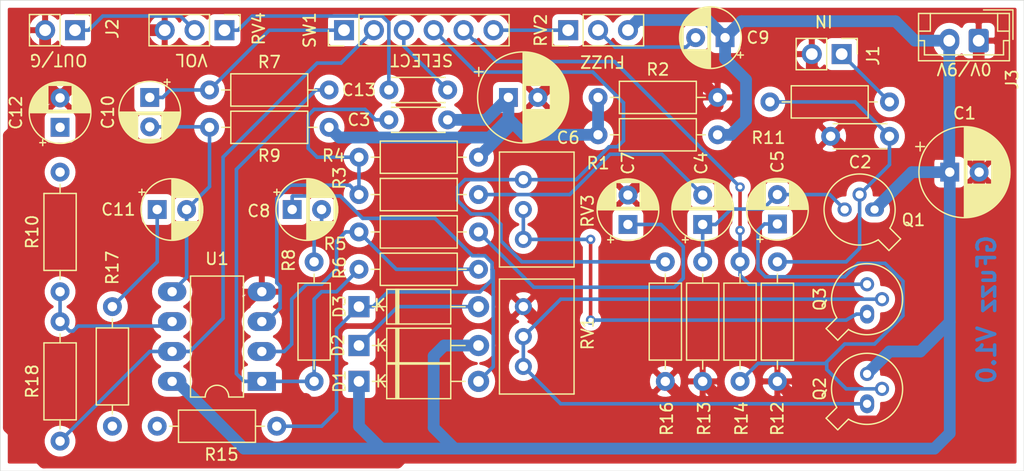
<source format=kicad_pcb>
(kicad_pcb (version 20171130) (host pcbnew "(5.1.4)-1")
  (layers (0 F.Cu signal) (31 B.Cu signal) (34 B.Paste user) (35 F.Paste user) (36 B.SilkS user) (37 F.SilkS user) (38 B.Mask user) (39 F.Mask user) (44 Edge.Cuts user))
  (net 0 "")
  (net 1 GND)
  (net 2 9V)
  (net 3 "Net-(C2-Pad1)")
  (net 4 "Net-(C3-Pad2)")
  (net 5 "Net-(C3-Pad1)")
  (net 6 "Net-(C4-Pad2)")
  (net 7 "Net-(C4-Pad1)")
  (net 8 "Net-(C5-Pad1)")
  (net 9 "Net-(C7-Pad1)")
  (net 10 "Net-(C8-Pad2)")
  (net 11 "Net-(C8-Pad1)")
  (net 12 "Net-(C9-Pad2)")
  (net 13 "Net-(C10-Pad2)")
  (net 14 "Net-(C10-Pad1)")
  (net 15 "Net-(C11-Pad1)")
  (net 16 "Net-(C12-Pad1)")
  (net 17 "Net-(C13-Pad2)")
  (net 18 "Net-(C13-Pad1)")
  (net 19 "Net-(D2-Pad1)")
  (net 20 "Net-(J1-Pad1)")
  (net 21 "Net-(J2-Pad1)")
  (net 22 "Net-(Q2-Pad1)")
  (net 23 "Net-(Q3-Pad3)")
  (net 24 "Net-(Q3-Pad1)")
  (net 25 "Net-(R5-Pad1)")
  (net 26 "Net-(R6-Pad1)")
  (net 27 "Net-(R10-Pad1)")
  (net 28 "Net-(R15-Pad1)")
  (net 29 "Net-(R16-Pad2)")
  (net 30 "Net-(R18-Pad1)")
  (net 31 "Net-(RV2-Pad1)")
  (module Connector_JST:JST_EH_B2B-EH-A_1x02_P2.50mm_Vertical (layer F.Cu) (at 177.125 87.249 180)
    (fp_text reference J3 (at -2.834 -3.302 90) (layer F.SilkS))
    (fp_text value Conn_01x02)
    (pad 2 thru_hole oval (at 2.5 0 180) (size 1.7 2) (drill 1) (layers *.Cu *.Mask) (net 2 9V))
    (pad 1 thru_hole roundrect (at 0 0 180) (size 1.7 2) (drill 1) (layers *.Cu *.Mask) (roundrect_rratio 0.147059) (net 1 GND))
  )
  (module Package_TO_SOT_THT:TO-18-3 (layer F.Cu) (at 167.64 110.49 90)
    (fp_text reference Q3 (at 1.27 -4.02 90) (layer F.SilkS))
    (fp_text value Q_PNP_CBE)
    (pad 3 thru_hole oval (at 2.54 0 90) (size 1.2 1.2) (drill 0.7) (layers *.Cu *.Mask) (net 23 "Net-(Q3-Pad3)"))
    (pad 2 thru_hole oval (at 1.27 1.27 90) (size 1.2 1.2) (drill 0.7) (layers *.Cu *.Mask) (net 22 "Net-(Q2-Pad1)"))
    (pad 1 thru_hole oval (at 0 0 90) (size 1.6 1.2) (drill 0.7) (layers *.Cu *.Mask) (net 24 "Net-(Q3-Pad1)"))
  )
  (module Connector_PinHeader_2.54mm:PinHeader_1x06_P2.54mm_Vertical (layer F.Cu) (at 123.19 86.36 90)
    (fp_text reference SW1 (at 0 -2.921 90) (layer F.SilkS))
    (fp_text value SW_DPDT_x2_OddPinout)
    (pad 6 thru_hole oval (at 0 12.7 90) (size 1.7 1.7) (drill 1) (layers *.Cu *.Mask) (net 31 "Net-(RV2-Pad1)"))
    (pad 5 thru_hole oval (at 0 10.16 90) (size 1.7 1.7) (drill 1) (layers *.Cu *.Mask) (net 23 "Net-(Q3-Pad3)"))
    (pad 4 thru_hole oval (at 0 7.62 90) (size 1.7 1.7) (drill 1) (layers *.Cu *.Mask) (net 29 "Net-(R16-Pad2)"))
    (pad 3 thru_hole oval (at 0 5.08 90) (size 1.7 1.7) (drill 1) (layers *.Cu *.Mask) (net 17 "Net-(C13-Pad2)"))
    (pad 2 thru_hole oval (at 0 2.54 90) (size 1.7 1.7) (drill 1) (layers *.Cu *.Mask) (net 30 "Net-(R18-Pad1)"))
    (pad 1 thru_hole rect (at 0 0 90) (size 1.7 1.7) (drill 1) (layers *.Cu *.Mask) (net 14 "Net-(C10-Pad1)"))
  )
  (module Diode_THT:D_A-405_P10.16mm_Horizontal (layer F.Cu) (at 124.46 109.855)
    (fp_text reference D3 (at -1.651 0 90) (layer F.SilkS))
    (fp_text value D)
    (fp_text user K (at 1.778 -0.127) (layer F.SilkS))
    (pad 2 thru_hole oval (at 10.16 0) (size 1.8 1.8) (drill 0.9) (layers *.Cu *.Mask) (net 19 "Net-(D2-Pad1)"))
    (pad 1 thru_hole rect (at 0 0) (size 1.8 1.8) (drill 0.9) (layers *.Cu *.Mask) (net 11 "Net-(C8-Pad1)"))
  )
  (module Resistor_THT:R_Axial_DIN0207_L6.3mm_D2.5mm_P10.16mm_Horizontal (layer F.Cu) (at 153.67 106.045 270)
    (fp_text reference R13 (at 13.335 -0.127 90) (layer F.SilkS))
    (fp_text value 1k)
    (pad 2 thru_hole oval (at 10.16 0 270) (size 1.6 1.6) (drill 0.8) (layers *.Cu *.Mask) (net 1 GND))
    (pad 1 thru_hole circle (at 0 0 270) (size 1.6 1.6) (drill 0.8) (layers *.Cu *.Mask) (net 7 "Net-(C4-Pad1)"))
  )
  (module Package_DIP:DIP-8_W7.62mm_LongPads (layer F.Cu) (at 116.205 116.205 180)
    (fp_text reference U1 (at 3.81 10.414) (layer F.SilkS))
    (fp_text value TL072)
    (pad 8 thru_hole oval (at 7.62 0 180) (size 2.4 1.6) (drill 0.8) (layers *.Cu *.Mask) (net 2 9V))
    (pad 4 thru_hole oval (at 0 7.62 180) (size 2.4 1.6) (drill 0.8) (layers *.Cu *.Mask) (net 1 GND))
    (pad 7 thru_hole oval (at 7.62 2.54 180) (size 2.4 1.6) (drill 0.8) (layers *.Cu *.Mask) (net 30 "Net-(R18-Pad1)"))
    (pad 3 thru_hole oval (at 0 5.08 180) (size 2.4 1.6) (drill 0.8) (layers *.Cu *.Mask) (net 4 "Net-(C3-Pad2)"))
    (pad 6 thru_hole oval (at 7.62 5.08 180) (size 2.4 1.6) (drill 0.8) (layers *.Cu *.Mask) (net 27 "Net-(R10-Pad1)"))
    (pad 2 thru_hole oval (at 0 2.54 180) (size 2.4 1.6) (drill 0.8) (layers *.Cu *.Mask) (net 25 "Net-(R5-Pad1)"))
    (pad 5 thru_hole oval (at 7.62 7.62 180) (size 2.4 1.6) (drill 0.8) (layers *.Cu *.Mask) (net 13 "Net-(C10-Pad2)"))
    (pad 1 thru_hole rect (at 0 0 180) (size 2.4 1.6) (drill 0.8) (layers *.Cu *.Mask) (net 26 "Net-(R6-Pad1)"))
  )
  (module Resistor_THT:R_Axial_DIN0207_L6.3mm_D2.5mm_P10.16mm_Horizontal (layer F.Cu) (at 144.78 95.25)
    (fp_text reference R1 (at 0 2.413) (layer F.SilkS))
    (fp_text value 10k)
    (pad 2 thru_hole oval (at 10.16 0) (size 1.6 1.6) (drill 0.8) (layers *.Cu *.Mask) (net 2 9V))
    (pad 1 thru_hole circle (at 0 0) (size 1.6 1.6) (drill 0.8) (layers *.Cu *.Mask) (net 5 "Net-(C3-Pad1)"))
  )
  (module Capacitor_THT:CP_Radial_D7.5mm_P2.50mm (layer F.Cu) (at 174.665 98.425)
    (fp_text reference C1 (at 1.25 -5) (layer F.SilkS))
    (fp_text value 100u)
    (pad 2 thru_hole circle (at 2.5 0) (size 1.6 1.6) (drill 0.8) (layers *.Cu *.Mask) (net 1 GND))
    (pad 1 thru_hole rect (at 0 0) (size 1.6 1.6) (drill 0.8) (layers *.Cu *.Mask) (net 2 9V))
  )
  (module Connector_PinHeader_2.54mm:PinHeader_1x03_P2.54mm_Vertical (layer F.Cu) (at 113.03 86.36 270)
    (fp_text reference RV4 (at -0.127 -2.921 90) (layer F.SilkS))
    (fp_text value 100k)
    (pad 3 thru_hole oval (at 0 5.08 270) (size 1.7 1.7) (drill 1) (layers *.Cu *.Mask) (net 1 GND))
    (pad 2 thru_hole oval (at 0 2.54 270) (size 1.7 1.7) (drill 1) (layers *.Cu *.Mask) (net 21 "Net-(J2-Pad1)"))
    (pad 1 thru_hole rect (at 0 0 270) (size 1.7 1.7) (drill 1) (layers *.Cu *.Mask) (net 18 "Net-(C13-Pad1)"))
  )
  (module Potentiometer_THT:Potentiometer_Bourns_3299W_Vertical (layer F.Cu) (at 138.43 99.06 90)
    (fp_text reference RV3 (at -2.667 5.461 90) (layer F.SilkS))
    (fp_text value 100k)
    (pad 3 thru_hole circle (at -5.08 0 90) (size 1.44 1.44) (drill 0.8) (layers *.Cu *.Mask) (net 24 "Net-(Q3-Pad1)"))
    (pad 2 thru_hole circle (at -2.54 0 90) (size 1.44 1.44) (drill 0.8) (layers *.Cu *.Mask) (net 24 "Net-(Q3-Pad1)"))
    (pad 1 thru_hole circle (at 0 0 90) (size 1.44 1.44) (drill 0.8) (layers *.Cu *.Mask) (net 29 "Net-(R16-Pad2)"))
  )
  (module Connector_PinHeader_2.54mm:PinHeader_1x03_P2.54mm_Vertical (layer F.Cu) (at 142.24 86.36 90)
    (fp_text reference RV2 (at 0 -2.33 90) (layer F.SilkS))
    (fp_text value 1k)
    (pad 3 thru_hole oval (at 0 5.08 90) (size 1.7 1.7) (drill 1) (layers *.Cu *.Mask) (net 2 9V))
    (pad 2 thru_hole oval (at 0 2.54 90) (size 1.7 1.7) (drill 1) (layers *.Cu *.Mask) (net 12 "Net-(C9-Pad2)"))
    (pad 1 thru_hole rect (at 0 0 90) (size 1.7 1.7) (drill 1) (layers *.Cu *.Mask) (net 31 "Net-(RV2-Pad1)"))
  )
  (module Potentiometer_THT:Potentiometer_Bourns_3299W_Vertical (layer F.Cu) (at 138.43 109.855 90)
    (fp_text reference RV1 (at -2.286 5.461 90) (layer F.SilkS))
    (fp_text value 100k)
    (pad 3 thru_hole circle (at -5.08 0 90) (size 1.44 1.44) (drill 0.8) (layers *.Cu *.Mask) (net 22 "Net-(Q2-Pad1)"))
    (pad 2 thru_hole circle (at -2.54 0 90) (size 1.44 1.44) (drill 0.8) (layers *.Cu *.Mask) (net 22 "Net-(Q2-Pad1)"))
    (pad 1 thru_hole circle (at 0 0 90) (size 1.44 1.44) (drill 0.8) (layers *.Cu *.Mask) (net 1 GND))
  )
  (module Resistor_THT:R_Axial_DIN0207_L6.3mm_D2.5mm_P10.16mm_Horizontal (layer F.Cu) (at 99.06 121.285 90)
    (fp_text reference R18 (at 5.08 -2.37 90) (layer F.SilkS))
    (fp_text value 2k2)
    (pad 2 thru_hole oval (at 10.16 0 90) (size 1.6 1.6) (drill 0.8) (layers *.Cu *.Mask) (net 27 "Net-(R10-Pad1)"))
    (pad 1 thru_hole circle (at 0 0 90) (size 1.6 1.6) (drill 0.8) (layers *.Cu *.Mask) (net 30 "Net-(R18-Pad1)"))
  )
  (module Resistor_THT:R_Axial_DIN0207_L6.3mm_D2.5mm_P10.16mm_Horizontal (layer F.Cu) (at 103.505 109.855 270)
    (fp_text reference R17 (at -3.302 0 90) (layer F.SilkS))
    (fp_text value 470)
    (pad 2 thru_hole oval (at 10.16 0 270) (size 1.6 1.6) (drill 0.8) (layers *.Cu *.Mask) (net 28 "Net-(R15-Pad1)"))
    (pad 1 thru_hole circle (at 0 0 270) (size 1.6 1.6) (drill 0.8) (layers *.Cu *.Mask) (net 15 "Net-(C11-Pad1)"))
  )
  (module Resistor_THT:R_Axial_DIN0207_L6.3mm_D2.5mm_P10.16mm_Horizontal (layer F.Cu) (at 150.495 116.205 90)
    (fp_text reference R16 (at -3.175 0.127 90) (layer F.SilkS))
    (fp_text value 470)
    (pad 2 thru_hole oval (at 10.16 0 90) (size 1.6 1.6) (drill 0.8) (layers *.Cu *.Mask) (net 29 "Net-(R16-Pad2)"))
    (pad 1 thru_hole circle (at 0 0 90) (size 1.6 1.6) (drill 0.8) (layers *.Cu *.Mask) (net 1 GND))
  )
  (module Resistor_THT:R_Axial_DIN0207_L6.3mm_D2.5mm_P10.16mm_Horizontal (layer F.Cu) (at 107.315 120.015)
    (fp_text reference R15 (at 5.461 2.413) (layer F.SilkS))
    (fp_text value 470)
    (pad 2 thru_hole oval (at 10.16 0) (size 1.6 1.6) (drill 0.8) (layers *.Cu *.Mask) (net 11 "Net-(C8-Pad1)"))
    (pad 1 thru_hole circle (at 0 0) (size 1.6 1.6) (drill 0.8) (layers *.Cu *.Mask) (net 28 "Net-(R15-Pad1)"))
  )
  (module Resistor_THT:R_Axial_DIN0207_L6.3mm_D2.5mm_P10.16mm_Horizontal (layer F.Cu) (at 156.845 106.045 270)
    (fp_text reference R14 (at 13.335 -0.127 90) (layer F.SilkS))
    (fp_text value 100k)
    (pad 2 thru_hole oval (at 10.16 0 270) (size 1.6 1.6) (drill 0.8) (layers *.Cu *.Mask) (net 8 "Net-(C5-Pad1)"))
    (pad 1 thru_hole circle (at 0 0 270) (size 1.6 1.6) (drill 0.8) (layers *.Cu *.Mask) (net 23 "Net-(Q3-Pad3)"))
  )
  (module Resistor_THT:R_Axial_DIN0207_L6.3mm_D2.5mm_P10.16mm_Horizontal (layer F.Cu) (at 160.02 106.045 270)
    (fp_text reference R12 (at 13.335 0 90) (layer F.SilkS))
    (fp_text value 1M)
    (pad 2 thru_hole oval (at 10.16 0 270) (size 1.6 1.6) (drill 0.8) (layers *.Cu *.Mask) (net 1 GND))
    (pad 1 thru_hole circle (at 0 0 270) (size 1.6 1.6) (drill 0.8) (layers *.Cu *.Mask) (net 3 "Net-(C2-Pad1)"))
  )
  (module Resistor_THT:R_Axial_DIN0207_L6.3mm_D2.5mm_P10.16mm_Horizontal (layer F.Cu) (at 159.385 92.456)
    (fp_text reference R11 (at -0.127 3.048) (layer F.SilkS))
    (fp_text value 10k)
    (pad 2 thru_hole oval (at 10.16 0) (size 1.6 1.6) (drill 0.8) (layers *.Cu *.Mask) (net 20 "Net-(J1-Pad1)"))
    (pad 1 thru_hole circle (at 0 0) (size 1.6 1.6) (drill 0.8) (layers *.Cu *.Mask) (net 3 "Net-(C2-Pad1)"))
  )
  (module Resistor_THT:R_Axial_DIN0207_L6.3mm_D2.5mm_P10.16mm_Horizontal (layer F.Cu) (at 99.06 108.585 90)
    (fp_text reference R10 (at 5.08 -2.37 90) (layer F.SilkS))
    (fp_text value 1K)
    (pad 2 thru_hole oval (at 10.16 0 90) (size 1.6 1.6) (drill 0.8) (layers *.Cu *.Mask) (net 16 "Net-(C12-Pad1)"))
    (pad 1 thru_hole circle (at 0 0 90) (size 1.6 1.6) (drill 0.8) (layers *.Cu *.Mask) (net 27 "Net-(R10-Pad1)"))
  )
  (module Resistor_THT:R_Axial_DIN0207_L6.3mm_D2.5mm_P10.16mm_Horizontal (layer F.Cu) (at 111.76 94.615)
    (fp_text reference R9 (at 5.08 2.413) (layer F.SilkS))
    (fp_text value 10k)
    (pad 2 thru_hole oval (at 10.16 0) (size 1.6 1.6) (drill 0.8) (layers *.Cu *.Mask) (net 5 "Net-(C3-Pad1)"))
    (pad 1 thru_hole circle (at 0 0) (size 1.6 1.6) (drill 0.8) (layers *.Cu *.Mask) (net 13 "Net-(C10-Pad2)"))
  )
  (module Resistor_THT:R_Axial_DIN0207_L6.3mm_D2.5mm_P10.16mm_Horizontal (layer F.Cu) (at 120.65 106.045 270)
    (fp_text reference R8 (at -0.127 2.159 90) (layer F.SilkS))
    (fp_text value 1k)
    (pad 2 thru_hole oval (at 10.16 0 270) (size 1.6 1.6) (drill 0.8) (layers *.Cu *.Mask) (net 26 "Net-(R6-Pad1)"))
    (pad 1 thru_hole circle (at 0 0 270) (size 1.6 1.6) (drill 0.8) (layers *.Cu *.Mask) (net 10 "Net-(C8-Pad2)"))
  )
  (module Resistor_THT:R_Axial_DIN0207_L6.3mm_D2.5mm_P10.16mm_Horizontal (layer F.Cu) (at 111.76 91.44)
    (fp_text reference R7 (at 5.08 -2.37) (layer F.SilkS))
    (fp_text value 10k)
    (pad 2 thru_hole oval (at 10.16 0) (size 1.6 1.6) (drill 0.8) (layers *.Cu *.Mask) (net 26 "Net-(R6-Pad1)"))
    (pad 1 thru_hole circle (at 0 0) (size 1.6 1.6) (drill 0.8) (layers *.Cu *.Mask) (net 14 "Net-(C10-Pad1)"))
  )
  (module Resistor_THT:R_Axial_DIN0207_L6.3mm_D2.5mm_P10.16mm_Horizontal (layer F.Cu) (at 124.46 106.68)
    (fp_text reference R6 (at -1.651 -0.127 90) (layer F.SilkS))
    (fp_text value 33k)
    (pad 2 thru_hole oval (at 10.16 0) (size 1.6 1.6) (drill 0.8) (layers *.Cu *.Mask) (net 25 "Net-(R5-Pad1)"))
    (pad 1 thru_hole circle (at 0 0) (size 1.6 1.6) (drill 0.8) (layers *.Cu *.Mask) (net 26 "Net-(R6-Pad1)"))
  )
  (module Resistor_THT:R_Axial_DIN0207_L6.3mm_D2.5mm_P10.16mm_Horizontal (layer F.Cu) (at 124.46 103.505)
    (fp_text reference R5 (at -2.032 1.016) (layer F.SilkS))
    (fp_text value 1k)
    (pad 2 thru_hole oval (at 10.16 0) (size 1.6 1.6) (drill 0.8) (layers *.Cu *.Mask) (net 9 "Net-(C7-Pad1)"))
    (pad 1 thru_hole circle (at 0 0) (size 1.6 1.6) (drill 0.8) (layers *.Cu *.Mask) (net 25 "Net-(R5-Pad1)"))
  )
  (module Resistor_THT:R_Axial_DIN0207_L6.3mm_D2.5mm_P10.16mm_Horizontal (layer F.Cu) (at 134.62 97.155 180)
    (fp_text reference R4 (at 12.319 0.127) (layer F.SilkS))
    (fp_text value 1M)
    (pad 2 thru_hole oval (at 10.16 0 180) (size 1.6 1.6) (drill 0.8) (layers *.Cu *.Mask) (net 4 "Net-(C3-Pad2)"))
    (pad 1 thru_hole circle (at 0 0 180) (size 1.6 1.6) (drill 0.8) (layers *.Cu *.Mask) (net 5 "Net-(C3-Pad1)"))
  )
  (module Resistor_THT:R_Axial_DIN0207_L6.3mm_D2.5mm_P10.16mm_Horizontal (layer F.Cu) (at 124.46 100.33)
    (fp_text reference R3 (at -1.651 -1.397 90) (layer F.SilkS))
    (fp_text value 10k)
    (pad 2 thru_hole oval (at 10.16 0) (size 1.6 1.6) (drill 0.8) (layers *.Cu *.Mask) (net 6 "Net-(C4-Pad2)"))
    (pad 1 thru_hole circle (at 0 0) (size 1.6 1.6) (drill 0.8) (layers *.Cu *.Mask) (net 4 "Net-(C3-Pad2)"))
  )
  (module Resistor_THT:R_Axial_DIN0207_L6.3mm_D2.5mm_P10.16mm_Horizontal (layer F.Cu) (at 144.78 92.075)
    (fp_text reference R2 (at 5.08 -2.37) (layer F.SilkS))
    (fp_text value 10k)
    (pad 2 thru_hole oval (at 10.16 0) (size 1.6 1.6) (drill 0.8) (layers *.Cu *.Mask) (net 1 GND))
    (pad 1 thru_hole circle (at 0 0) (size 1.6 1.6) (drill 0.8) (layers *.Cu *.Mask) (net 5 "Net-(C3-Pad1)"))
  )
  (module Package_TO_SOT_THT:TO-18-3 (layer F.Cu) (at 167.64 118.11 90)
    (fp_text reference Q2 (at 1.27 -4.02 90) (layer F.SilkS))
    (fp_text value Q_PNP_CBE)
    (pad 3 thru_hole oval (at 2.54 0 90) (size 1.2 1.2) (drill 0.7) (layers *.Cu *.Mask) (net 2 9V))
    (pad 2 thru_hole oval (at 1.27 1.27 90) (size 1.2 1.2) (drill 0.7) (layers *.Cu *.Mask) (net 8 "Net-(C5-Pad1)"))
    (pad 1 thru_hole oval (at 0 0 90) (size 1.6 1.2) (drill 0.7) (layers *.Cu *.Mask) (net 22 "Net-(Q2-Pad1)"))
  )
  (module Package_TO_SOT_THT:TO-18-3 (layer F.Cu) (at 168.275 101.6 180)
    (fp_text reference Q1 (at -3.302 -0.889) (layer F.SilkS))
    (fp_text value Q_NJFET_DGS)
    (pad 3 thru_hole oval (at 2.54 0 180) (size 1.2 1.2) (drill 0.7) (layers *.Cu *.Mask) (net 7 "Net-(C4-Pad1)"))
    (pad 2 thru_hole oval (at 1.27 1.27 180) (size 1.2 1.2) (drill 0.7) (layers *.Cu *.Mask) (net 3 "Net-(C2-Pad1)"))
    (pad 1 thru_hole oval (at 0 0 180) (size 1.6 1.2) (drill 0.7) (layers *.Cu *.Mask) (net 2 9V))
  )
  (module Connector_PinHeader_2.54mm:PinHeader_1x02_P2.54mm_Vertical (layer F.Cu) (at 100.33 86.36 270)
    (fp_text reference J2 (at -0.127 -3.175 90) (layer F.SilkS))
    (fp_text value Conn_Coaxial)
    (pad 2 thru_hole oval (at 0 2.54 270) (size 1.7 1.7) (drill 1) (layers *.Cu *.Mask) (net 1 GND))
    (pad 1 thru_hole rect (at 0 0 270) (size 1.7 1.7) (drill 1) (layers *.Cu *.Mask) (net 21 "Net-(J2-Pad1)"))
  )
  (module Connector_PinHeader_2.54mm:PinHeader_1x02_P2.54mm_Vertical (layer F.Cu) (at 165.481 88.392 270)
    (fp_text reference J1 (at 0.127 -2.667 90) (layer F.SilkS))
    (fp_text value Conn_Coaxial)
    (pad 2 thru_hole oval (at 0 2.54 270) (size 1.7 1.7) (drill 1) (layers *.Cu *.Mask) (net 1 GND))
    (pad 1 thru_hole rect (at 0 0 270) (size 1.7 1.7) (drill 1) (layers *.Cu *.Mask) (net 20 "Net-(J1-Pad1)"))
  )
  (module Diode_THT:D_A-405_P10.16mm_Horizontal (layer F.Cu) (at 124.46 113.157)
    (fp_text reference D2 (at -1.778 0 90) (layer F.SilkS))
    (fp_text value D)
    (fp_text user K (at 1.905 0) (layer F.SilkS))
    (pad 2 thru_hole oval (at 10.16 0) (size 1.8 1.8) (drill 0.9) (layers *.Cu *.Mask) (net 2 9V))
    (pad 1 thru_hole rect (at 0 0) (size 1.8 1.8) (drill 0.9) (layers *.Cu *.Mask) (net 19 "Net-(D2-Pad1)"))
  )
  (module Diode_THT:D_A-405_P10.16mm_Horizontal (layer F.Cu) (at 124.46 116.205)
    (fp_text reference D1 (at -1.651 0 90) (layer F.SilkS))
    (fp_text value D)
    (fp_text user K (at 1.905 0) (layer F.SilkS))
    (pad 2 thru_hole oval (at 10.16 0) (size 1.8 1.8) (drill 0.9) (layers *.Cu *.Mask) (net 11 "Net-(C8-Pad1)"))
    (pad 1 thru_hole rect (at 0 0) (size 1.8 1.8) (drill 0.9) (layers *.Cu *.Mask) (net 2 9V))
  )
  (module Capacitor_THT:C_Disc_D4.3mm_W1.9mm_P5.00mm (layer F.Cu) (at 127 91.44)
    (fp_text reference C13 (at -2.54 0) (layer F.SilkS))
    (fp_text value 100n)
    (pad 2 thru_hole circle (at 5 0) (size 1.6 1.6) (drill 0.8) (layers *.Cu *.Mask) (net 17 "Net-(C13-Pad2)"))
    (pad 1 thru_hole circle (at 0 0) (size 1.6 1.6) (drill 0.8) (layers *.Cu *.Mask) (net 18 "Net-(C13-Pad1)"))
  )
  (module Capacitor_THT:CP_Radial_D5.0mm_P2.50mm (layer F.Cu) (at 99.06 94.615 90)
    (fp_text reference C12 (at 1.25 -3.75 90) (layer F.SilkS))
    (fp_text value 10u)
    (pad 2 thru_hole circle (at 2.5 0 90) (size 1.6 1.6) (drill 0.8) (layers *.Cu *.Mask) (net 1 GND))
    (pad 1 thru_hole rect (at 0 0 90) (size 1.6 1.6) (drill 0.8) (layers *.Cu *.Mask) (net 16 "Net-(C12-Pad1)"))
  )
  (module Capacitor_THT:CP_Radial_D5.0mm_P2.50mm (layer F.Cu) (at 107.315 101.6)
    (fp_text reference C11 (at -3.302 0) (layer F.SilkS))
    (fp_text value 10u)
    (pad 2 thru_hole circle (at 2.5 0) (size 1.6 1.6) (drill 0.8) (layers *.Cu *.Mask) (net 13 "Net-(C10-Pad2)"))
    (pad 1 thru_hole rect (at 0 0) (size 1.6 1.6) (drill 0.8) (layers *.Cu *.Mask) (net 15 "Net-(C11-Pad1)"))
  )
  (module Capacitor_THT:CP_Radial_D5.0mm_P2.50mm (layer F.Cu) (at 106.68 92.075 270)
    (fp_text reference C10 (at 1.25 3.556 90) (layer F.SilkS))
    (fp_text value 10u)
    (pad 2 thru_hole circle (at 2.5 0 270) (size 1.6 1.6) (drill 0.8) (layers *.Cu *.Mask) (net 13 "Net-(C10-Pad2)"))
    (pad 1 thru_hole rect (at 0 0 270) (size 1.6 1.6) (drill 0.8) (layers *.Cu *.Mask) (net 14 "Net-(C10-Pad1)"))
  )
  (module Capacitor_THT:CP_Radial_D5.0mm_P2.50mm (layer F.Cu) (at 155.575 86.995 180)
    (fp_text reference C9 (at -2.794 0) (layer F.SilkS))
    (fp_text value 20u)
    (pad 2 thru_hole circle (at 2.5 0 180) (size 1.6 1.6) (drill 0.8) (layers *.Cu *.Mask) (net 12 "Net-(C9-Pad2)"))
    (pad 1 thru_hole rect (at 0 0 180) (size 1.6 1.6) (drill 0.8) (layers *.Cu *.Mask) (net 2 9V))
  )
  (module Capacitor_THT:CP_Radial_D5.0mm_P2.50mm (layer F.Cu) (at 118.785 101.6)
    (fp_text reference C8 (at -2.834 0.127) (layer F.SilkS))
    (fp_text value 10u)
    (pad 2 thru_hole circle (at 2.5 0) (size 1.6 1.6) (drill 0.8) (layers *.Cu *.Mask) (net 10 "Net-(C8-Pad2)"))
    (pad 1 thru_hole rect (at 0 0) (size 1.6 1.6) (drill 0.8) (layers *.Cu *.Mask) (net 11 "Net-(C8-Pad1)"))
  )
  (module Capacitor_THT:CP_Radial_D5.0mm_P2.50mm (layer F.Cu) (at 147.32 102.87 90)
    (fp_text reference C7 (at 5.207 0 90) (layer F.SilkS))
    (fp_text value 10u)
    (pad 2 thru_hole circle (at 2.5 0 90) (size 1.6 1.6) (drill 0.8) (layers *.Cu *.Mask) (net 1 GND))
    (pad 1 thru_hole rect (at 0 0 90) (size 1.6 1.6) (drill 0.8) (layers *.Cu *.Mask) (net 9 "Net-(C7-Pad1)"))
  )
  (module Capacitor_THT:CP_Radial_D7.5mm_P2.50mm (layer F.Cu) (at 137.16 92.075)
    (fp_text reference C6 (at 5.08 3.429) (layer F.SilkS))
    (fp_text value 100u)
    (pad 2 thru_hole circle (at 2.5 0) (size 1.6 1.6) (drill 0.8) (layers *.Cu *.Mask) (net 1 GND))
    (pad 1 thru_hole rect (at 0 0) (size 1.6 1.6) (drill 0.8) (layers *.Cu *.Mask) (net 5 "Net-(C3-Pad1)"))
  )
  (module Capacitor_THT:CP_Radial_D5.0mm_P2.50mm (layer F.Cu) (at 160.02 102.83 90)
    (fp_text reference C5 (at 5.294 0 90) (layer F.SilkS))
    (fp_text value 2u2)
    (pad 2 thru_hole circle (at 2.5 0 90) (size 1.6 1.6) (drill 0.8) (layers *.Cu *.Mask) (net 7 "Net-(C4-Pad1)"))
    (pad 1 thru_hole rect (at 0 0 90) (size 1.6 1.6) (drill 0.8) (layers *.Cu *.Mask) (net 8 "Net-(C5-Pad1)"))
  )
  (module Capacitor_THT:CP_Radial_D5.0mm_P2.50mm (layer F.Cu) (at 153.67 102.87 90)
    (fp_text reference C4 (at 5.207 -0.127 90) (layer F.SilkS))
    (fp_text value 2u2)
    (pad 2 thru_hole circle (at 2.5 0 90) (size 1.6 1.6) (drill 0.8) (layers *.Cu *.Mask) (net 6 "Net-(C4-Pad2)"))
    (pad 1 thru_hole rect (at 0 0 90) (size 1.6 1.6) (drill 0.8) (layers *.Cu *.Mask) (net 7 "Net-(C4-Pad1)"))
  )
  (module Capacitor_THT:C_Disc_D4.3mm_W1.9mm_P5.00mm (layer F.Cu) (at 132 93.98 180)
    (fp_text reference C3 (at 7.54 0) (layer F.SilkS))
    (fp_text value 1n)
    (pad 2 thru_hole circle (at 5 0 180) (size 1.6 1.6) (drill 0.8) (layers *.Cu *.Mask) (net 4 "Net-(C3-Pad2)"))
    (pad 1 thru_hole circle (at 0 0 180) (size 1.6 1.6) (drill 0.8) (layers *.Cu *.Mask) (net 5 "Net-(C3-Pad1)"))
  )
  (module Capacitor_THT:C_Disc_D4.3mm_W1.9mm_P5.00mm (layer F.Cu) (at 169.545 95.377 180)
    (fp_text reference C2 (at 2.5 -2.2) (layer F.SilkS))
    (fp_text value 1n)
    (pad 2 thru_hole circle (at 5 0 180) (size 1.6 1.6) (drill 0.8) (layers *.Cu *.Mask) (net 1 GND))
    (pad 1 thru_hole circle (at 0 0 180) (size 1.6 1.6) (drill 0.8) (layers *.Cu *.Mask) (net 3 "Net-(C2-Pad1)"))
  )
  (gr_text 0V/9V (at 175.895 89.662 180) (layer F.SilkS) (effects (font (size 1 1))))
  (gr_text IN (at 163.957 85.598 180) (layer F.SilkS) (effects (font (size 1 1))))
  (gr_text FUZZ (at 145.161 89.027 180) (layer F.SilkS) (effects (font (size 1 1))))
  (gr_text SELECT (at 129.794 88.9 180) (layer F.SilkS) (effects (font (size 1 1))))
  (gr_text VOL (at 110.236 88.9 180) (layer F.SilkS) (effects (font (size 1 1))))
  (gr_text OUT/G (at 98.933 88.9 180) (layer F.SilkS) (effects (font (size 1 1))))
  (gr_text "GFuzz V1.0" (at 177.8 110.109 90) (layer B.Cu) (effects (font (size 1.5 1.5) (thickness 0.3)) (justify mirror)))
  (gr_line (start 93.98 123.825) (end 93.98 83.82) (layer Edge.Cuts) (width 0.05))
  (gr_line (start 180.975 123.825) (end 93.98 123.825) (layer Edge.Cuts) (width 0.05))
  (gr_line (start 180.975 83.82) (end 180.975 123.825) (layer Edge.Cuts) (width 0.05))
  (gr_line (start 93.98 83.82) (end 180.975 83.82) (layer Edge.Cuts) (width 0.05))
  (segment (start 177.165 98.425) (end 177.165 117.475) (width 1) (layer F.Cu) (net 1))
  (segment (start 160.819999 117.004999) (end 160.02 116.205) (width 1) (layer F.Cu) (net 1))
  (segment (start 163.42501 119.61001) (end 160.819999 117.004999) (width 1) (layer F.Cu) (net 1))
  (segment (start 177.165 117.475) (end 175.02999 119.61001) (width 1) (layer F.Cu) (net 1))
  (segment (start 157.07501 119.61001) (end 153.67 116.205) (width 1) (layer F.Cu) (net 1))
  (segment (start 164.06001 119.61001) (end 157.07501 119.61001) (width 1) (layer F.Cu) (net 1))
  (segment (start 164.06001 119.61001) (end 163.42501 119.61001) (width 1) (layer F.Cu) (net 1))
  (segment (start 175.02999 119.61001) (end 164.06001 119.61001) (width 1) (layer F.Cu) (net 1))
  (segment (start 153.90001 119.61001) (end 150.495 116.205) (width 1) (layer F.Cu) (net 1))
  (segment (start 154.70999 119.61001) (end 148.18501 119.61001) (width 1) (layer F.Cu) (net 1))
  (segment (start 154.70999 119.61001) (end 153.90001 119.61001) (width 1) (layer F.Cu) (net 1))
  (segment (start 157.07501 119.61001) (end 154.70999 119.61001) (width 1) (layer F.Cu) (net 1))
  (segment (start 146.05 117.475) (end 138.43 109.855) (width 1) (layer F.Cu) (net 1))
  (segment (start 148.18501 119.61001) (end 146.05 117.475) (width 1) (layer F.Cu) (net 1))
  (segment (start 114.444999 117.705001) (end 111.76 115.020002) (width 1) (layer F.Cu) (net 1))
  (segment (start 119.929999 117.705001) (end 114.444999 117.705001) (width 1) (layer F.Cu) (net 1))
  (segment (start 121.835008 119.61001) (end 119.929999 117.705001) (width 1) (layer F.Cu) (net 1))
  (segment (start 115.805 108.585) (end 116.205 108.585) (width 1) (layer F.Cu) (net 1))
  (segment (start 111.76 112.63) (end 115.805 108.585) (width 1) (layer F.Cu) (net 1))
  (segment (start 111.76 115.020002) (end 111.76 112.63) (width 1) (layer F.Cu) (net 1))
  (segment (start 131.21499 119.61001) (end 127.72501 123.09999) (width 1) (layer F.Cu) (net 1))
  (segment (start 131.21499 119.61001) (end 121.835008 119.61001) (width 1) (layer F.Cu) (net 1))
  (segment (start 148.18501 119.61001) (end 131.21499 119.61001) (width 1) (layer F.Cu) (net 1))
  (segment (start 127.72501 123.09999) (end 97.69999 123.09999) (width 1) (layer F.Cu) (net 1))
  (segment (start 97.69999 123.09999) (end 94.70501 120.10501) (width 1) (layer F.Cu) (net 1))
  (segment (start 97.92863 92.115) (end 99.06 92.115) (width 1) (layer F.Cu) (net 1))
  (segment (start 94.70501 95.33862) (end 97.92863 92.115) (width 1) (layer F.Cu) (net 1))
  (segment (start 94.70501 120.10501) (end 94.70501 95.33862) (width 1) (layer F.Cu) (net 1))
  (segment (start 97.79 90.845) (end 97.79 86.36) (width 1) (layer F.Cu) (net 1))
  (segment (start 99.06 92.115) (end 97.79 90.845) (width 1) (layer F.Cu) (net 1))
  (segment (start 104.815 86.36) (end 107.95 86.36) (width 1) (layer F.Cu) (net 1))
  (segment (start 99.06 92.115) (end 104.815 86.36) (width 1) (layer F.Cu) (net 1))
  (segment (start 154.94 92.75) (end 154.94 92.075) (width 1) (layer F.Cu) (net 1))
  (segment (start 147.32 100.37) (end 154.94 92.75) (width 1) (layer F.Cu) (net 1))
  (segment (start 154.140001 91.275001) (end 154.94 92.075) (width 1) (layer F.Cu) (net 1))
  (segment (start 153.439999 90.574999) (end 154.140001 91.275001) (width 1) (layer F.Cu) (net 1))
  (segment (start 141.160001 90.574999) (end 153.439999 90.574999) (width 1) (layer F.Cu) (net 1))
  (segment (start 139.66 92.075) (end 141.160001 90.574999) (width 1) (layer F.Cu) (net 1))
  (segment (start 177.125 98.385) (end 177.165 98.425) (width 1) (layer F.Cu) (net 1))
  (segment (start 162.941 89.594081) (end 164.024919 90.678) (width 1) (layer F.Cu) (net 1))
  (segment (start 162.941 88.392) (end 162.941 89.594081) (width 1) (layer F.Cu) (net 1))
  (segment (start 177.085 90.678) (end 177.125 90.718) (width 1) (layer F.Cu) (net 1))
  (segment (start 164.024919 90.678) (end 177.085 90.678) (width 1) (layer F.Cu) (net 1))
  (segment (start 177.125 87.249) (end 177.125 90.718) (width 1) (layer F.Cu) (net 1))
  (segment (start 174.060999 96.877001) (end 177.125 93.813) (width 1) (layer F.Cu) (net 1))
  (segment (start 166.045001 96.877001) (end 174.060999 96.877001) (width 1) (layer F.Cu) (net 1))
  (segment (start 164.545 95.377) (end 166.045001 96.877001) (width 1) (layer F.Cu) (net 1))
  (segment (start 177.125 90.718) (end 177.125 93.813) (width 1) (layer F.Cu) (net 1))
  (segment (start 177.125 93.813) (end 177.125 98.385) (width 1) (layer F.Cu) (net 1))
  (segment (start 171.45 98.425) (end 168.275 101.6) (width 1) (layer B.Cu) (net 2))
  (segment (start 174.665 98.425) (end 171.45 98.425) (width 1) (layer B.Cu) (net 2))
  (segment (start 148.169999 85.510001) (end 147.32 86.36) (width 1) (layer B.Cu) (net 2))
  (segment (start 148.185001 85.494999) (end 148.169999 85.510001) (width 1) (layer B.Cu) (net 2))
  (segment (start 154.074999 85.494999) (end 148.185001 85.494999) (width 1) (layer B.Cu) (net 2))
  (segment (start 155.575 86.995) (end 154.074999 85.494999) (width 1) (layer B.Cu) (net 2))
  (segment (start 172.165 113.665) (end 174.665 111.165) (width 1) (layer B.Cu) (net 2))
  (segment (start 169.545 113.665) (end 172.165 113.665) (width 1) (layer B.Cu) (net 2))
  (segment (start 167.64 115.57) (end 169.545 113.665) (width 1) (layer B.Cu) (net 2))
  (segment (start 174.665 111.165) (end 174.665 98.425) (width 1) (layer B.Cu) (net 2))
  (segment (start 108.985 116.205) (end 108.585 116.205) (width 1) (layer B.Cu) (net 2))
  (segment (start 114.7 121.92) (end 108.985 116.205) (width 1) (layer B.Cu) (net 2))
  (segment (start 174.665 120.61) (end 173.355 121.92) (width 1) (layer B.Cu) (net 2))
  (segment (start 174.665 111.165) (end 174.665 120.61) (width 1) (layer B.Cu) (net 2))
  (segment (start 124.46 120.015) (end 126.365 121.92) (width 1) (layer B.Cu) (net 2))
  (segment (start 124.46 116.205) (end 124.46 120.015) (width 1) (layer B.Cu) (net 2))
  (segment (start 126.365 121.92) (end 114.7 121.92) (width 1) (layer B.Cu) (net 2))
  (segment (start 134.62 113.157) (end 131.699 113.157) (width 1) (layer B.Cu) (net 2))
  (segment (start 131.699 113.157) (end 130.81 114.046) (width 1) (layer B.Cu) (net 2))
  (segment (start 130.81 120.142) (end 132.588 121.92) (width 1) (layer B.Cu) (net 2))
  (segment (start 130.81 114.046) (end 130.81 120.142) (width 1) (layer B.Cu) (net 2))
  (segment (start 173.355 121.92) (end 132.588 121.92) (width 1) (layer B.Cu) (net 2))
  (segment (start 132.588 121.92) (end 126.365 121.92) (width 1) (layer B.Cu) (net 2))
  (segment (start 156.07137 95.25) (end 157.353 93.96837) (width 1) (layer B.Cu) (net 2))
  (segment (start 154.94 95.25) (end 156.07137 95.25) (width 1) (layer B.Cu) (net 2))
  (segment (start 155.575 88.795) (end 155.575 86.995) (width 1) (layer B.Cu) (net 2))
  (segment (start 157.353 90.573) (end 155.575 88.795) (width 1) (layer B.Cu) (net 2))
  (segment (start 157.353 93.96837) (end 157.353 90.573) (width 1) (layer B.Cu) (net 2))
  (segment (start 155.575 86.995) (end 156.972 85.598) (width 1) (layer B.Cu) (net 2))
  (segment (start 156.972 85.598) (end 170.053 85.598) (width 1) (layer B.Cu) (net 2))
  (segment (start 171.704 87.249) (end 174.625 87.249) (width 1) (layer B.Cu) (net 2))
  (segment (start 170.053 85.598) (end 171.704 87.249) (width 1) (layer B.Cu) (net 2))
  (segment (start 174.625 98.385) (end 174.665 98.425) (width 1) (layer B.Cu) (net 2))
  (segment (start 174.625 87.249) (end 174.625 98.385) (width 1) (layer B.Cu) (net 2))
  (segment (start 167.005 104.902) (end 167.005 100.33) (width 0.3048) (layer B.Cu) (net 3))
  (segment (start 160.02 106.045) (end 165.862 106.045) (width 0.3048) (layer B.Cu) (net 3))
  (segment (start 165.862 106.045) (end 167.005 104.902) (width 0.3048) (layer B.Cu) (net 3))
  (segment (start 169.545 97.79) (end 169.545 95.377) (width 0.3048) (layer B.Cu) (net 3))
  (segment (start 167.005 100.33) (end 169.545 97.79) (width 0.3048) (layer B.Cu) (net 3))
  (segment (start 166.624 92.456) (end 169.545 95.377) (width 0.3048) (layer B.Cu) (net 3))
  (segment (start 159.385 92.456) (end 166.624 92.456) (width 0.3048) (layer B.Cu) (net 3))
  (segment (start 124.46 100.33) (end 124.46 97.155) (width 0.3048) (layer B.Cu) (net 4))
  (segment (start 117.75741 109.97259) (end 116.605 111.125) (width 0.3048) (layer B.Cu) (net 4))
  (segment (start 117.75741 108.107657) (end 117.75741 109.97259) (width 0.3048) (layer B.Cu) (net 4))
  (segment (start 117.475 107.825247) (end 117.75741 108.107657) (width 0.3048) (layer B.Cu) (net 4))
  (segment (start 116.605 111.125) (end 116.205 111.125) (width 0.3048) (layer B.Cu) (net 4))
  (segment (start 118.620677 99.530001) (end 117.475 100.675678) (width 0.3048) (layer B.Cu) (net 4))
  (segment (start 117.475 100.675678) (end 117.475 107.825247) (width 0.3048) (layer B.Cu) (net 4))
  (segment (start 123.660001 99.530001) (end 118.620677 99.530001) (width 0.3048) (layer B.Cu) (net 4))
  (segment (start 124.46 100.33) (end 123.660001 99.530001) (width 0.3048) (layer B.Cu) (net 4))
  (segment (start 125.86863 93.98) (end 124.97963 93.091) (width 0.3048) (layer B.Cu) (net 4))
  (segment (start 127 93.98) (end 125.86863 93.98) (width 0.3048) (layer B.Cu) (net 4))
  (segment (start 124.97963 93.091) (end 120.65 93.091) (width 0.3048) (layer B.Cu) (net 4))
  (segment (start 120.65 93.091) (end 120.142 93.599) (width 0.3048) (layer B.Cu) (net 4))
  (segment (start 120.142 93.599) (end 120.142 96.393) (width 0.3048) (layer B.Cu) (net 4))
  (segment (start 120.904 97.155) (end 124.46 97.155) (width 0.3048) (layer B.Cu) (net 4))
  (segment (start 120.142 96.393) (end 120.904 97.155) (width 0.3048) (layer B.Cu) (net 4))
  (segment (start 144.78 92.075) (end 144.78 95.25) (width 1) (layer B.Cu) (net 5))
  (segment (start 144.78 95.25) (end 138.535 95.25) (width 1) (layer B.Cu) (net 5))
  (segment (start 135.419999 96.355001) (end 137.53 94.245) (width 1) (layer B.Cu) (net 5))
  (segment (start 134.62 97.155) (end 135.419999 96.355001) (width 1) (layer B.Cu) (net 5))
  (segment (start 138.535 95.25) (end 137.53 94.245) (width 1) (layer B.Cu) (net 5))
  (segment (start 137.53 94.245) (end 137.16 93.875) (width 1) (layer B.Cu) (net 5))
  (segment (start 135.255 93.98) (end 137.16 92.075) (width 1) (layer B.Cu) (net 5))
  (segment (start 132 93.98) (end 135.255 93.98) (width 1) (layer B.Cu) (net 5))
  (segment (start 122.785001 95.480001) (end 134.897999 95.480001) (width 1) (layer B.Cu) (net 5))
  (segment (start 121.92 94.615) (end 122.785001 95.480001) (width 1) (layer B.Cu) (net 5))
  (segment (start 137.16 93.875) (end 137.16 92.075) (width 1) (layer B.Cu) (net 5))
  (segment (start 135.554999 95.480001) (end 137.16 93.875) (width 1) (layer B.Cu) (net 5))
  (segment (start 134.897999 95.480001) (end 135.554999 95.480001) (width 1) (layer B.Cu) (net 5))
  (segment (start 134.62 100.33) (end 142.367 100.33) (width 0.3048) (layer B.Cu) (net 6))
  (segment (start 142.367 100.33) (end 145.796 96.901) (width 0.3048) (layer B.Cu) (net 6))
  (segment (start 150.201 96.901) (end 153.67 100.37) (width 0.3048) (layer B.Cu) (net 6))
  (segment (start 145.796 96.901) (end 150.201 96.901) (width 0.3048) (layer B.Cu) (net 6))
  (segment (start 153.67 106.045) (end 153.67 102.87) (width 0.3048) (layer B.Cu) (net 7))
  (segment (start 164.465 100.33) (end 165.735 101.6) (width 0.3048) (layer B.Cu) (net 7))
  (segment (start 160.02 100.33) (end 164.465 100.33) (width 0.3048) (layer B.Cu) (net 7))
  (segment (start 158.7882 101.5618) (end 160.02 100.33) (width 0.3048) (layer B.Cu) (net 7))
  (segment (start 156.083 101.5618) (end 158.7882 101.5618) (width 0.3048) (layer B.Cu) (net 7))
  (segment (start 153.67 102.87) (end 154.7748 102.87) (width 0.3048) (layer B.Cu) (net 7))
  (segment (start 154.7748 102.87) (end 156.083 101.5618) (width 0.3048) (layer B.Cu) (net 7))
  (segment (start 165.735 113.03) (end 164.211 114.554) (width 0.3048) (layer B.Cu) (net 8))
  (segment (start 170.688 110.617) (end 168.275 113.03) (width 0.3048) (layer B.Cu) (net 8))
  (segment (start 169.164 106.172) (end 170.688 107.696) (width 0.3048) (layer B.Cu) (net 8))
  (segment (start 164.211 115.189) (end 165.862 116.84) (width 0.3048) (layer B.Cu) (net 8))
  (segment (start 165.735 107.315) (end 166.878 106.172) (width 0.3048) (layer B.Cu) (net 8))
  (segment (start 159.004 107.315) (end 165.735 107.315) (width 0.3048) (layer B.Cu) (net 8))
  (segment (start 166.878 106.172) (end 169.164 106.172) (width 0.3048) (layer B.Cu) (net 8))
  (segment (start 168.91 116.84) (end 165.862 116.84) (width 0.3048) (layer B.Cu) (net 8))
  (segment (start 160.02 102.83) (end 158.9152 102.83) (width 0.3048) (layer B.Cu) (net 8))
  (segment (start 170.688 107.696) (end 170.688 110.617) (width 0.3048) (layer B.Cu) (net 8))
  (segment (start 158.9152 102.83) (end 158.369 103.3762) (width 0.3048) (layer B.Cu) (net 8))
  (segment (start 168.275 113.03) (end 165.735 113.03) (width 0.3048) (layer B.Cu) (net 8))
  (segment (start 158.369 103.3762) (end 158.369 106.68) (width 0.3048) (layer B.Cu) (net 8))
  (segment (start 158.369 106.68) (end 159.004 107.315) (width 0.3048) (layer B.Cu) (net 8))
  (segment (start 158.369 114.681) (end 164.211 114.681) (width 0.3048) (layer B.Cu) (net 8))
  (segment (start 156.845 116.205) (end 158.369 114.681) (width 0.3048) (layer B.Cu) (net 8))
  (segment (start 164.211 114.554) (end 164.211 114.681) (width 0.3048) (layer B.Cu) (net 8))
  (segment (start 164.211 114.681) (end 164.211 115.189) (width 0.3048) (layer B.Cu) (net 8))
  (segment (start 150.114 102.87) (end 147.32 102.87) (width 0.3048) (layer B.Cu) (net 9))
  (segment (start 152.019 104.775) (end 150.114 102.87) (width 0.3048) (layer B.Cu) (net 9))
  (segment (start 152.019 107.442) (end 152.019 104.775) (width 0.3048) (layer B.Cu) (net 9))
  (segment (start 151.257 108.204) (end 152.019 107.442) (width 0.3048) (layer B.Cu) (net 9))
  (segment (start 134.62 103.505) (end 139.319 108.204) (width 0.3048) (layer B.Cu) (net 9))
  (segment (start 139.319 108.204) (end 151.257 108.204) (width 0.3048) (layer B.Cu) (net 9))
  (segment (start 120.65 106.045) (end 120.65 104.14) (width 0.3048) (layer B.Cu) (net 10))
  (segment (start 120.65 104.14) (end 121.285 103.505) (width 0.3048) (layer B.Cu) (net 10))
  (segment (start 121.285 103.505) (end 121.285 101.6) (width 0.3048) (layer B.Cu) (net 10))
  (segment (start 121.285 120.015) (end 117.475 120.015) (width 0.3048) (layer B.Cu) (net 11))
  (segment (start 122.555 118.745) (end 121.285 120.015) (width 0.3048) (layer B.Cu) (net 11))
  (segment (start 124.46 109.855) (end 122.555 111.76) (width 0.3048) (layer B.Cu) (net 11))
  (segment (start 122.555 111.76) (end 122.555 118.745) (width 0.3048) (layer B.Cu) (net 11))
  (segment (start 125.6648 109.855) (end 124.46 109.855) (width 0.3048) (layer B.Cu) (net 11))
  (segment (start 126.917201 108.602599) (end 125.6648 109.855) (width 0.3048) (layer B.Cu) (net 11))
  (segment (start 134.729401 108.602599) (end 126.917201 108.602599) (width 0.3048) (layer B.Cu) (net 11))
  (segment (start 135.772401 107.559599) (end 134.729401 108.602599) (width 0.3048) (layer B.Cu) (net 11))
  (segment (start 135.173153 105.527599) (end 135.772401 106.126847) (width 0.3048) (layer B.Cu) (net 11))
  (segment (start 130.927599 102.352599) (end 134.102599 105.527599) (width 0.3048) (layer B.Cu) (net 11))
  (segment (start 134.102599 105.527599) (end 135.173153 105.527599) (width 0.3048) (layer B.Cu) (net 11))
  (segment (start 122.872045 100.447599) (end 124.777045 102.352599) (width 0.3048) (layer B.Cu) (net 11))
  (segment (start 118.832601 100.447599) (end 122.872045 100.447599) (width 0.3048) (layer B.Cu) (net 11))
  (segment (start 118.785 100.4952) (end 118.832601 100.447599) (width 0.3048) (layer B.Cu) (net 11))
  (segment (start 124.777045 102.352599) (end 130.927599 102.352599) (width 0.3048) (layer B.Cu) (net 11))
  (segment (start 118.785 101.6) (end 118.785 100.4952) (width 0.3048) (layer B.Cu) (net 11))
  (segment (start 135.872401 106.789401) (end 135.772401 106.689401) (width 0.3048) (layer B.Cu) (net 11))
  (segment (start 135.872401 114.952599) (end 135.872401 106.789401) (width 0.3048) (layer B.Cu) (net 11))
  (segment (start 134.62 116.205) (end 135.872401 114.952599) (width 0.3048) (layer B.Cu) (net 11))
  (segment (start 135.772401 106.126847) (end 135.772401 106.689401) (width 0.3048) (layer B.Cu) (net 11))
  (segment (start 135.772401 106.689401) (end 135.772401 107.559599) (width 0.3048) (layer B.Cu) (net 11))
  (segment (start 152.275001 87.794999) (end 153.075 86.995) (width 0.3048) (layer B.Cu) (net 12))
  (segment (start 146.214999 87.794999) (end 152.275001 87.794999) (width 0.3048) (layer B.Cu) (net 12))
  (segment (start 144.78 86.36) (end 146.214999 87.794999) (width 0.3048) (layer B.Cu) (net 12))
  (segment (start 111.72 94.575) (end 111.76 94.615) (width 0.3048) (layer B.Cu) (net 13))
  (segment (start 106.68 94.575) (end 111.72 94.575) (width 0.3048) (layer B.Cu) (net 13))
  (segment (start 111.76 99.655) (end 109.815 101.6) (width 0.3048) (layer B.Cu) (net 13))
  (segment (start 111.76 94.615) (end 111.76 99.655) (width 0.3048) (layer B.Cu) (net 13))
  (segment (start 109.815 107.355) (end 108.585 108.585) (width 0.3048) (layer B.Cu) (net 13))
  (segment (start 109.815 101.6) (end 109.815 107.355) (width 0.3048) (layer B.Cu) (net 13))
  (segment (start 107.7848 92.075) (end 108.4198 91.44) (width 0.3048) (layer B.Cu) (net 14))
  (segment (start 106.68 92.075) (end 107.7848 92.075) (width 0.3048) (layer B.Cu) (net 14))
  (segment (start 108.4198 91.44) (end 111.76 91.44) (width 0.3048) (layer B.Cu) (net 14))
  (segment (start 116.84 86.36) (end 123.19 86.36) (width 0.3048) (layer B.Cu) (net 14))
  (segment (start 111.76 91.44) (end 116.84 86.36) (width 0.3048) (layer B.Cu) (net 14))
  (segment (start 107.315 106.045) (end 103.505 109.855) (width 0.3048) (layer B.Cu) (net 15))
  (segment (start 107.315 101.6) (end 107.315 106.045) (width 0.3048) (layer B.Cu) (net 15))
  (segment (start 128.27 87.71) (end 132 91.44) (width 0.3048) (layer B.Cu) (net 17))
  (segment (start 128.27 86.36) (end 128.27 87.71) (width 0.3048) (layer B.Cu) (net 17))
  (segment (start 127 90.30863) (end 127 91.44) (width 0.3048) (layer B.Cu) (net 18))
  (segment (start 127 85.725) (end 127 90.30863) (width 0.3048) (layer B.Cu) (net 18))
  (segment (start 126.432599 85.157599) (end 127 85.725) (width 0.3048) (layer B.Cu) (net 18))
  (segment (start 115.387201 85.157599) (end 126.432599 85.157599) (width 0.3048) (layer B.Cu) (net 18))
  (segment (start 114.1848 86.36) (end 115.387201 85.157599) (width 0.3048) (layer B.Cu) (net 18))
  (segment (start 113.03 86.36) (end 114.1848 86.36) (width 0.3048) (layer B.Cu) (net 18))
  (segment (start 127.762 109.855) (end 124.46 113.157) (width 0.3048) (layer B.Cu) (net 19))
  (segment (start 134.62 109.855) (end 127.762 109.855) (width 0.3048) (layer B.Cu) (net 19))
  (segment (start 165.481 88.392) (end 169.545 92.456) (width 0.3048) (layer B.Cu) (net 20))
  (segment (start 109.640001 85.510001) (end 110.49 86.36) (width 0.3048) (layer B.Cu) (net 21))
  (segment (start 109.287599 85.157599) (end 109.640001 85.510001) (width 0.3048) (layer B.Cu) (net 21))
  (segment (start 102.687201 85.157599) (end 109.287599 85.157599) (width 0.3048) (layer B.Cu) (net 21))
  (segment (start 101.4848 86.36) (end 102.687201 85.157599) (width 0.3048) (layer B.Cu) (net 21))
  (segment (start 100.33 86.36) (end 101.4848 86.36) (width 0.3048) (layer B.Cu) (net 21))
  (segment (start 138.43 112.395) (end 138.43 114.935) (width 0.3048) (layer B.Cu) (net 22))
  (segment (start 141.605 118.11) (end 138.43 114.935) (width 0.3048) (layer B.Cu) (net 22))
  (segment (start 167.64 118.11) (end 141.605 118.11) (width 0.3048) (layer B.Cu) (net 22))
  (segment (start 141.605 109.22) (end 138.43 112.395) (width 0.3048) (layer B.Cu) (net 22))
  (segment (start 168.91 109.22) (end 141.605 109.22) (width 0.3048) (layer B.Cu) (net 22))
  (segment (start 134.199999 87.209999) (end 134.326999 87.209999) (width 0.3048) (layer B.Cu) (net 23))
  (segment (start 133.35 86.36) (end 134.199999 87.209999) (width 0.3048) (layer B.Cu) (net 23))
  (segment (start 134.326999 87.209999) (end 136.144 89.027) (width 0.3048) (layer B.Cu) (net 23))
  (segment (start 136.144 89.027) (end 146.177 89.027) (width 0.3048) (layer B.Cu) (net 23))
  (segment (start 146.177 89.027) (end 156.845 99.695) (width 0.3048) (layer B.Cu) (net 23))
  (via (at 156.845 99.695) (size 0.8) (drill 0.4) (layers F.Cu B.Cu) (net 23))
  (segment (start 156.845 99.695) (end 156.80999 99.73001) (width 0.3048) (layer B.Cu) (net 23))
  (segment (start 156.845 99.695) (end 156.845 103.378) (width 0.3048) (layer F.Cu) (net 23))
  (via (at 156.845 103.378) (size 0.8) (drill 0.4) (layers F.Cu B.Cu) (net 23))
  (segment (start 156.845 103.378) (end 156.845 106.045) (width 0.3048) (layer B.Cu) (net 23))
  (segment (start 156.845 107.17637) (end 157.61863 107.95) (width 0.3048) (layer B.Cu) (net 23))
  (segment (start 156.845 106.045) (end 156.845 107.17637) (width 0.3048) (layer B.Cu) (net 23))
  (segment (start 157.61863 107.95) (end 167.64 107.95) (width 0.3048) (layer B.Cu) (net 23))
  (segment (start 138.43 104.14) (end 138.43 101.6) (width 0.3048) (layer B.Cu) (net 24))
  (via (at 144.145 104.14) (size 0.8) (drill 0.4) (layers F.Cu B.Cu) (net 24))
  (segment (start 144.145 104.14) (end 138.43 104.14) (width 0.3048) (layer B.Cu) (net 24))
  (via (at 144.145 110.998) (size 0.8) (drill 0.4) (layers F.Cu B.Cu) (net 24))
  (segment (start 144.145 110.998) (end 144.145 104.14) (width 0.3048) (layer F.Cu) (net 24))
  (segment (start 166.7352 110.49) (end 167.64 110.49) (width 0.3048) (layer B.Cu) (net 24))
  (segment (start 144.145 110.998) (end 165.862 110.998) (width 0.3048) (layer B.Cu) (net 24))
  (segment (start 165.862 110.998) (end 166.7352 110.49) (width 0.3048) (layer B.Cu) (net 24))
  (segment (start 116.205 113.665) (end 116.605 113.665) (width 0.3048) (layer B.Cu) (net 25))
  (segment (start 127.635 106.68) (end 134.62 106.68) (width 0.3048) (layer B.Cu) (net 25))
  (segment (start 124.46 103.505) (end 127.635 106.68) (width 0.3048) (layer B.Cu) (net 25))
  (segment (start 118.11 113.665) (end 116.205 113.665) (width 0.3048) (layer B.Cu) (net 25))
  (segment (start 118.745 113.03) (end 118.11 113.665) (width 0.3048) (layer B.Cu) (net 25))
  (segment (start 118.745 109.22) (end 118.745 113.03) (width 0.3048) (layer B.Cu) (net 25))
  (segment (start 124.46 103.505) (end 123.32863 103.505) (width 0.3048) (layer B.Cu) (net 25))
  (segment (start 122.555 104.27863) (end 122.555 106.68) (width 0.3048) (layer B.Cu) (net 25))
  (segment (start 122.555 106.68) (end 121.285 107.95) (width 0.3048) (layer B.Cu) (net 25))
  (segment (start 121.285 107.95) (end 120.015 107.95) (width 0.3048) (layer B.Cu) (net 25))
  (segment (start 123.32863 103.505) (end 122.555 104.27863) (width 0.3048) (layer B.Cu) (net 25))
  (segment (start 120.015 107.95) (end 118.745 109.22) (width 0.3048) (layer B.Cu) (net 25))
  (segment (start 116.205 116.205) (end 120.65 116.205) (width 0.3048) (layer B.Cu) (net 26))
  (segment (start 120.65 116.205) (end 120.65 109.22) (width 0.3048) (layer B.Cu) (net 26))
  (segment (start 120.65 109.22) (end 121.285 108.585) (width 0.3048) (layer B.Cu) (net 26))
  (segment (start 121.285 108.585) (end 122.555 108.585) (width 0.3048) (layer B.Cu) (net 26))
  (segment (start 122.555 108.585) (end 124.46 106.68) (width 0.3048) (layer B.Cu) (net 26))
  (segment (start 120.78863 91.44) (end 121.92 91.44) (width 0.3048) (layer B.Cu) (net 26))
  (segment (start 114.046 98.18263) (end 120.78863 91.44) (width 0.3048) (layer B.Cu) (net 26))
  (segment (start 114.046 115.5508) (end 114.046 98.18263) (width 0.3048) (layer B.Cu) (net 26))
  (segment (start 114.7002 116.205) (end 114.046 115.5508) (width 0.3048) (layer B.Cu) (net 26))
  (segment (start 116.205 116.205) (end 114.7002 116.205) (width 0.3048) (layer B.Cu) (net 26))
  (segment (start 99.06 108.585) (end 99.06 111.125) (width 0.3048) (layer B.Cu) (net 27))
  (segment (start 100.58759 111.50241) (end 108.585 111.50241) (width 0.3048) (layer B.Cu) (net 27))
  (segment (start 100.165001 111.924999) (end 100.58759 111.50241) (width 0.3048) (layer B.Cu) (net 27))
  (segment (start 99.06 111.125) (end 99.859999 111.924999) (width 0.3048) (layer B.Cu) (net 27))
  (segment (start 99.859999 111.924999) (end 100.165001 111.924999) (width 0.3048) (layer B.Cu) (net 27))
  (segment (start 133.477 99.06) (end 138.43 99.06) (width 0.3048) (layer B.Cu) (net 29))
  (segment (start 132.842 99.695) (end 133.477 99.06) (width 0.3048) (layer B.Cu) (net 29))
  (segment (start 132.842 100.838) (end 132.842 99.695) (width 0.3048) (layer B.Cu) (net 29))
  (segment (start 136.525 104.267) (end 136.525 102.87) (width 0.3048) (layer B.Cu) (net 29))
  (segment (start 150.495 106.045) (end 138.303 106.045) (width 0.3048) (layer B.Cu) (net 29))
  (segment (start 136.525 102.87) (end 135.636 101.981) (width 0.3048) (layer B.Cu) (net 29))
  (segment (start 135.636 101.981) (end 133.985 101.981) (width 0.3048) (layer B.Cu) (net 29))
  (segment (start 138.303 106.045) (end 136.525 104.267) (width 0.3048) (layer B.Cu) (net 29))
  (segment (start 133.985 101.981) (end 132.842 100.838) (width 0.3048) (layer B.Cu) (net 29))
  (segment (start 134.366 89.916) (end 130.81 86.36) (width 0.3048) (layer B.Cu) (net 29))
  (segment (start 144.326554 89.916) (end 134.366 89.916) (width 0.3048) (layer B.Cu) (net 29))
  (segment (start 142.923092 99.06) (end 145.717092 96.266) (width 0.3048) (layer B.Cu) (net 29))
  (segment (start 138.43 99.06) (end 142.923092 99.06) (width 0.3048) (layer B.Cu) (net 29))
  (segment (start 145.717092 96.266) (end 146.431 96.266) (width 0.3048) (layer B.Cu) (net 29))
  (segment (start 146.939 95.758) (end 146.939 92.528446) (width 0.3048) (layer B.Cu) (net 29))
  (segment (start 146.431 96.266) (end 146.939 95.758) (width 0.3048) (layer B.Cu) (net 29))
  (segment (start 146.939 92.528446) (end 144.326554 89.916) (width 0.3048) (layer B.Cu) (net 29))
  (segment (start 106.68 113.665) (end 108.585 113.665) (width 0.3048) (layer B.Cu) (net 30))
  (segment (start 99.06 121.285) (end 106.68 113.665) (width 0.3048) (layer B.Cu) (net 30))
  (segment (start 122.936 89.154) (end 125.73 86.36) (width 0.3048) (layer B.Cu) (net 30))
  (segment (start 120.904 89.154) (end 122.936 89.154) (width 0.3048) (layer B.Cu) (net 30))
  (segment (start 112.912401 97.145599) (end 120.904 89.154) (width 0.3048) (layer B.Cu) (net 30))
  (segment (start 112.912401 110.842399) (end 112.912401 97.145599) (width 0.3048) (layer B.Cu) (net 30))
  (segment (start 108.585 113.665) (end 110.0898 113.665) (width 0.3048) (layer B.Cu) (net 30))
  (segment (start 110.0898 113.665) (end 112.912401 110.842399) (width 0.3048) (layer B.Cu) (net 30))
  (segment (start 137.092081 86.36) (end 142.24 86.36) (width 0.3048) (layer B.Cu) (net 31))
  (segment (start 135.89 86.36) (end 137.092081 86.36) (width 0.3048) (layer B.Cu) (net 31))
  (zone (net 1) (net_name GND) (layer F.Cu) (connect_pads (clearance 0.508)) (min_thickness 0.254) (fill yes (arc_segments 32) (thermal_gap 0.508) (thermal_bridge_width 0.508))
    (polygon (pts (xy 94.615 84.455) (xy 180.34 84.455) (xy 180.34 123.19) (xy 94.615 123.19)))
  )
)
</source>
